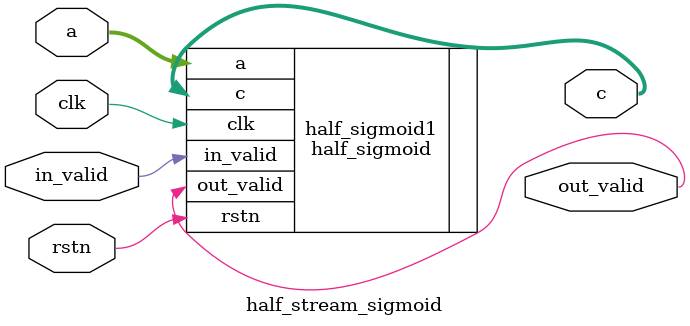
<source format=sv>
/* verilator lint_off WIDTHEXPAND */

module half_stream_sigmoid
#(
parameter BITS = 16,
parameter LENGTH = 10
)
(
input rstn,
input clk,
input in_valid,
input [BITS-1:0] a,
output logic out_valid,
output logic [BITS-1:0] c
);

half_sigmoid
half_sigmoid1
(
.rstn,
.clk,
.in_valid,
.a,
.out_valid,
.c
);

endmodule

</source>
